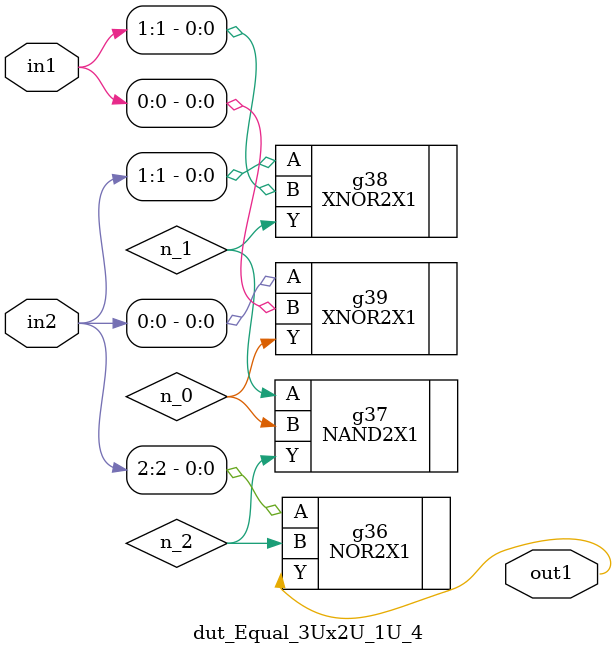
<source format=v>
`timescale 1ps / 1ps


module dut_Equal_3Ux2U_1U_4(in2, in1, out1);
  input [2:0] in2;
  input [1:0] in1;
  output out1;
  wire [2:0] in2;
  wire [1:0] in1;
  wire out1;
  wire n_0, n_1, n_2;
  NOR2X1 g36(.A (in2[2]), .B (n_2), .Y (out1));
  NAND2X1 g37(.A (n_1), .B (n_0), .Y (n_2));
  XNOR2X1 g38(.A (in2[1]), .B (in1[1]), .Y (n_1));
  XNOR2X1 g39(.A (in2[0]), .B (in1[0]), .Y (n_0));
endmodule



</source>
